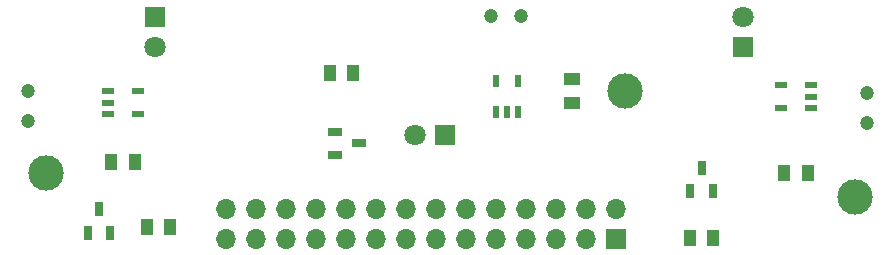
<source format=gbr>
%TF.GenerationSoftware,KiCad,Pcbnew,8.0.1*%
%TF.CreationDate,2024-03-24T20:30:25+02:00*%
%TF.ProjectId,Sensing_Subsystem,53656e73-696e-4675-9f53-756273797374,rev?*%
%TF.SameCoordinates,Original*%
%TF.FileFunction,Soldermask,Top*%
%TF.FilePolarity,Negative*%
%FSLAX46Y46*%
G04 Gerber Fmt 4.6, Leading zero omitted, Abs format (unit mm)*
G04 Created by KiCad (PCBNEW 8.0.1) date 2024-03-24 20:30:25*
%MOMM*%
%LPD*%
G01*
G04 APERTURE LIST*
%ADD10C,1.200000*%
%ADD11R,1.130000X1.380000*%
%ADD12R,1.800000X1.800000*%
%ADD13C,1.800000*%
%ADD14R,0.700000X1.250000*%
%ADD15C,3.000000*%
%ADD16R,1.380000X1.130000*%
%ADD17R,1.000000X0.600000*%
%ADD18R,1.250000X0.700000*%
%ADD19R,0.600000X1.000000*%
%ADD20R,1.700000X1.700000*%
%ADD21O,1.700000X1.700000*%
G04 APERTURE END LIST*
D10*
%TO.C,D5*%
X157670000Y-78700000D03*
X155130000Y-78700000D03*
%TD*%
D11*
%TO.C,R4*%
X180000000Y-92000000D03*
X182000000Y-92000000D03*
%TD*%
%TO.C,R2*%
X143500000Y-83500000D03*
X141500000Y-83500000D03*
%TD*%
D12*
%TO.C,D1*%
X126750000Y-78725000D03*
D13*
X126750000Y-81265000D03*
%TD*%
D14*
%TO.C,Q3*%
X172050000Y-93500000D03*
X173950000Y-93500000D03*
X173000000Y-91500000D03*
%TD*%
D11*
%TO.C,R3*%
X174000000Y-97500000D03*
X172000000Y-97500000D03*
%TD*%
%TO.C,R1*%
X128000000Y-96500000D03*
X126000000Y-96500000D03*
%TD*%
D15*
%TO.C,TP2*%
X166500000Y-85000000D03*
%TD*%
D16*
%TO.C,R5*%
X162000000Y-86000000D03*
X162000000Y-84000000D03*
%TD*%
D11*
%TO.C,R6*%
X125000000Y-91000000D03*
X123000000Y-91000000D03*
%TD*%
D17*
%TO.C,U3*%
X122700000Y-85050000D03*
X122700000Y-86000000D03*
X122700000Y-86950000D03*
X125300000Y-86950000D03*
X125300000Y-85050000D03*
%TD*%
D12*
%TO.C,D2*%
X151275000Y-88750000D03*
D13*
X148735000Y-88750000D03*
%TD*%
D18*
%TO.C,Q2*%
X142000000Y-88500000D03*
X142000000Y-90400000D03*
X144000000Y-89450000D03*
%TD*%
D10*
%TO.C,D6*%
X116000000Y-85000000D03*
X116000000Y-87540000D03*
%TD*%
D14*
%TO.C,Q1*%
X121050000Y-97000000D03*
X122950000Y-97000000D03*
X122000000Y-95000000D03*
%TD*%
D19*
%TO.C,U2*%
X155550000Y-86800000D03*
X156500000Y-86800000D03*
X157450000Y-86800000D03*
X157450000Y-84200000D03*
X155550000Y-84200000D03*
%TD*%
D10*
%TO.C,D4*%
X187000000Y-87770000D03*
X187000000Y-85230000D03*
%TD*%
D15*
%TO.C,TP3*%
X117500000Y-92000000D03*
%TD*%
D17*
%TO.C,U1*%
X182300000Y-86450000D03*
X182300000Y-85500000D03*
X182300000Y-84550000D03*
X179700000Y-84550000D03*
X179700000Y-86450000D03*
%TD*%
D12*
%TO.C,D3*%
X176500000Y-81275000D03*
D13*
X176500000Y-78735000D03*
%TD*%
D15*
%TO.C,TP1*%
X186000000Y-94000000D03*
%TD*%
D20*
%TO.C,J1*%
X165780000Y-97540000D03*
D21*
X165780000Y-95000000D03*
X163240000Y-97540000D03*
X163240000Y-95000000D03*
X160700000Y-97540000D03*
X160700000Y-95000000D03*
X158160000Y-97540000D03*
X158160000Y-95000000D03*
X155620000Y-97540000D03*
X155620000Y-95000000D03*
X153080000Y-97540000D03*
X153080000Y-95000000D03*
X150540000Y-97540000D03*
X150540000Y-95000000D03*
X148000000Y-97540000D03*
X148000000Y-95000000D03*
X145460000Y-97540000D03*
X145460000Y-95000000D03*
X142920000Y-97540000D03*
X142920000Y-95000000D03*
X140380000Y-97540000D03*
X140380000Y-95000000D03*
X137840000Y-97540000D03*
X137840000Y-95000000D03*
X135300000Y-97540000D03*
X135300000Y-95000000D03*
X132760000Y-97540000D03*
X132760000Y-95000000D03*
%TD*%
M02*

</source>
